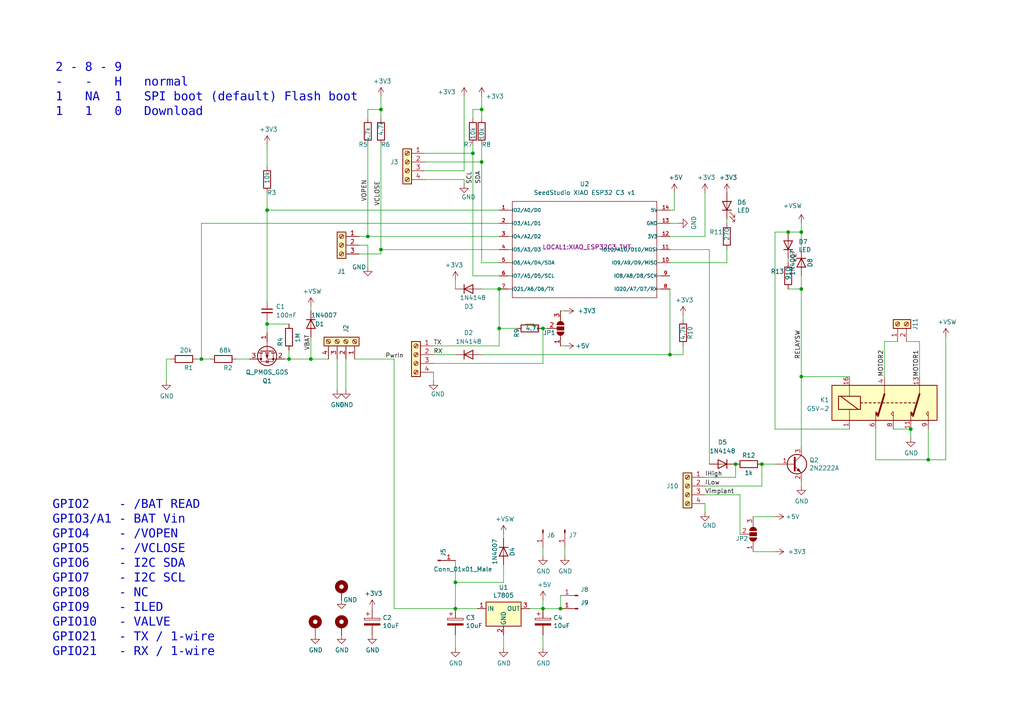
<source format=kicad_sch>
(kicad_sch (version 20230121) (generator eeschema)
  (paper "A4")
  (title_block (title "Ball Valve Controller for CR05-02 wiring - ESP32-C3 version") (date "2023-09-14") (rev "7.0") (company "Copyright - Hans Rune Bue <email@hansrune.net>") (comment 1 "Hardware is licensed under CERN-OHL-W-2.0") (comment 2 "Project documents are licensed under CC-BY-SA 2.0"))
  (lib_symbols
    (symbol "Connector:Conn_01x01_Male" (pin_names (offset 1.016) hide)
      (property "Reference" "J" (at 0 2.54 0))
      (property "Value" "Conn_01x01_Male" (at 0 -2.54 0))
      (symbol "Conn_01x01_Male_1_1"
        (polyline (pts (xy 1.27 0) (xy 0.8636 0)) (stroke (width 0.1524)))
        (rectangle (start 0.8636 0.127) (end 0 -0.127) (stroke (width 0.1524)) (fill (type outline)))
        (pin passive line (at 5.08 0 180) (length 3.81) (name "Pin_1") (number "1"))
      )
    )
    (symbol "Connector:Screw_Terminal_01x02" (pin_names (offset 1.016) hide)
      (property "Reference" "J" (at 0 2.54 0))
      (property "Value" "Screw_Terminal_01x02" (at 0 -5.08 0))
      (symbol "Screw_Terminal_01x02_1_1"
        (rectangle (start -1.27 1.27) (end 1.27 -3.81) (stroke (width 0.254)) (fill (type background)))
        (circle (center 0 -2.54) (radius 0.635) (stroke (width 0.1524)))
        (polyline (pts (xy -0.5334 -2.2098) (xy 0.3302 -3.048)) (stroke (width 0.1524)))
        (polyline (pts (xy -0.5334 0.3302) (xy 0.3302 -0.508)) (stroke (width 0.1524)))
        (polyline (pts (xy -0.3556 -2.032) (xy 0.508 -2.8702)) (stroke (width 0.1524)))
        (polyline (pts (xy -0.3556 0.508) (xy 0.508 -0.3302)) (stroke (width 0.1524)))
        (circle (center 0 0) (radius 0.635) (stroke (width 0.1524)))
        (pin passive line (at -5.08 0 0) (length 3.81) (name "Pin_1") (number "1"))
        (pin passive line (at -5.08 -2.54 0) (length 3.81) (name "Pin_2") (number "2"))
      )
    )
    (symbol "Connector:Screw_Terminal_01x03" (pin_names (offset 1.016) hide)
      (property "Reference" "J" (at 0 5.08 0))
      (property "Value" "Screw_Terminal_01x03" (at 0 -5.08 0))
      (symbol "Screw_Terminal_01x03_1_1"
        (rectangle (start -1.27 3.81) (end 1.27 -3.81) (stroke (width 0.254)) (fill (type background)))
        (circle (center 0 -2.54) (radius 0.635) (stroke (width 0.1524)))
        (polyline (pts (xy -0.5334 -2.2098) (xy 0.3302 -3.048)) (stroke (width 0.1524)))
        (polyline (pts (xy -0.5334 0.3302) (xy 0.3302 -0.508)) (stroke (width 0.1524)))
        (polyline (pts (xy -0.5334 2.8702) (xy 0.3302 2.032)) (stroke (width 0.1524)))
        (polyline (pts (xy -0.3556 -2.032) (xy 0.508 -2.8702)) (stroke (width 0.1524)))
        (polyline (pts (xy -0.3556 0.508) (xy 0.508 -0.3302)) (stroke (width 0.1524)))
        (polyline (pts (xy -0.3556 3.048) (xy 0.508 2.2098)) (stroke (width 0.1524)))
        (circle (center 0 0) (radius 0.635) (stroke (width 0.1524)))
        (circle (center 0 2.54) (radius 0.635) (stroke (width 0.1524)))
        (pin passive line (at -5.08 2.54 0) (length 3.81) (name "Pin_1") (number "1"))
        (pin passive line (at -5.08 0 0) (length 3.81) (name "Pin_2") (number "2"))
        (pin passive line (at -5.08 -2.54 0) (length 3.81) (name "Pin_3") (number "3"))
      )
    )
    (symbol "Connector:Screw_Terminal_01x04" (pin_names (offset 1.016) hide)
      (property "Reference" "J" (at 0 5.08 0))
      (property "Value" "Screw_Terminal_01x04" (at 0 -7.62 0))
      (symbol "Screw_Terminal_01x04_1_1"
        (rectangle (start -1.27 3.81) (end 1.27 -6.35) (stroke (width 0.254)) (fill (type background)))
        (circle (center 0 -5.08) (radius 0.635) (stroke (width 0.1524)))
        (circle (center 0 -2.54) (radius 0.635) (stroke (width 0.1524)))
        (polyline (pts (xy -0.5334 -4.7498) (xy 0.3302 -5.588)) (stroke (width 0.1524)))
        (polyline (pts (xy -0.5334 -2.2098) (xy 0.3302 -3.048)) (stroke (width 0.1524)))
        (polyline (pts (xy -0.5334 0.3302) (xy 0.3302 -0.508)) (stroke (width 0.1524)))
        (polyline (pts (xy -0.5334 2.8702) (xy 0.3302 2.032)) (stroke (width 0.1524)))
        (polyline (pts (xy -0.3556 -4.572) (xy 0.508 -5.4102)) (stroke (width 0.1524)))
        (polyline (pts (xy -0.3556 -2.032) (xy 0.508 -2.8702)) (stroke (width 0.1524)))
        (polyline (pts (xy -0.3556 0.508) (xy 0.508 -0.3302)) (stroke (width 0.1524)))
        (polyline (pts (xy -0.3556 3.048) (xy 0.508 2.2098)) (stroke (width 0.1524)))
        (circle (center 0 0) (radius 0.635) (stroke (width 0.1524)))
        (circle (center 0 2.54) (radius 0.635) (stroke (width 0.1524)))
        (pin passive line (at -5.08 2.54 0) (length 3.81) (name "Pin_1") (number "1"))
        (pin passive line (at -5.08 0 0) (length 3.81) (name "Pin_2") (number "2"))
        (pin passive line (at -5.08 -2.54 0) (length 3.81) (name "Pin_3") (number "3"))
        (pin passive line (at -5.08 -5.08 0) (length 3.81) (name "Pin_4") (number "4"))
      )
    )
    (symbol "Device:CP" (pin_numbers hide) (pin_names (offset 0.254))
      (property "Reference" "C" (at 0.635 2.54 0))
      (property "Value" "Device_CP" (at 0.635 -2.54 0))
      (symbol "CP_0_1"
        (rectangle (start -2.286 0.508) (end 2.286 1.016))
        (polyline (pts (xy -1.778 2.286) (xy -0.762 2.286)))
        (polyline (pts (xy -1.27 2.794) (xy -1.27 1.778)))
        (rectangle (start 2.286 -0.508) (end -2.286 -1.016) (fill (type outline)))
      )
      (symbol "CP_1_1"
        (pin passive line (at 0 3.81 270) (length 2.794) (name "~") (number "1"))
        (pin passive line (at 0 -3.81 90) (length 2.794) (name "~") (number "2"))
      )
    )
    (symbol "Device:C_Small" (pin_numbers hide) (pin_names (offset 0.254) hide)
      (property "Reference" "C" (at 0.254 1.778 0))
      (property "Value" "C_Small" (at 0.254 -2.032 0))
      (symbol "C_Small_0_1"
        (polyline (pts (xy -1.524 -0.508) (xy 1.524 -0.508)) (stroke (width 0.3302)))
        (polyline (pts (xy -1.524 0.508) (xy 1.524 0.508)) (stroke (width 0.3048)))
      )
      (symbol "C_Small_1_1"
        (pin passive line (at 0 2.54 270) (length 2.032) (name "~") (number "1"))
        (pin passive line (at 0 -2.54 90) (length 2.032) (name "~") (number "2"))
      )
    )
    (symbol "Device:LED" (pin_numbers hide) (pin_names (offset 1.016) hide)
      (property "Reference" "D" (at 0 2.54 0))
      (property "Value" "LED" (at 0 -2.54 0))
      (symbol "LED_0_1"
        (polyline (pts (xy -1.27 -1.27) (xy -1.27 1.27)) (stroke (width 0.254)))
        (polyline (pts (xy -1.27 0) (xy 1.27 0)))
        (polyline (pts (xy 1.27 -1.27) (xy 1.27 1.27) (xy -1.27 0) (xy 1.27 -1.27)) (stroke (width 0.254)))
        (polyline (pts (xy -3.048 -0.762) (xy -4.572 -2.286) (xy -3.81 -2.286) (xy -4.572 -2.286) (xy -4.572 -1.524)))
        (polyline (pts (xy -1.778 -0.762) (xy -3.302 -2.286) (xy -2.54 -2.286) (xy -3.302 -2.286) (xy -3.302 -1.524)))
      )
      (symbol "LED_1_1"
        (pin passive line (at -3.81 0 0) (length 2.54) (name "K") (number "1"))
        (pin passive line (at 3.81 0 180) (length 2.54) (name "A") (number "2"))
      )
    )
    (symbol "Device:Q_NPN_BEC" (pin_names (offset 0) hide)
      (property "Reference" "Q" (at 5.08 1.27 0))
      (property "Value" "Q_NPN_BEC" (at 5.08 -1.27 0))
      (symbol "Q_NPN_BEC_0_1"
        (polyline (pts (xy 0.635 0.635) (xy 2.54 2.54)))
        (polyline (pts (xy 0.635 -0.635) (xy 2.54 -2.54) (xy 2.54 -2.54)))
        (polyline (pts (xy 0.635 1.905) (xy 0.635 -1.905) (xy 0.635 -1.905)) (stroke (width 0.508)))
        (polyline (pts (xy 1.27 -1.778) (xy 1.778 -1.27) (xy 2.286 -2.286) (xy 1.27 -1.778) (xy 1.27 -1.778)) (fill (type outline)))
        (circle (center 1.27 0) (radius 2.8194) (stroke (width 0.254)))
      )
      (symbol "Q_NPN_BEC_1_1"
        (pin input line (at -5.08 0 0) (length 5.715) (name "B") (number "1"))
        (pin passive line (at 2.54 -5.08 90) (length 2.54) (name "E") (number "2"))
        (pin passive line (at 2.54 5.08 270) (length 2.54) (name "C") (number "3"))
      )
    )
    (symbol "Device:R" (pin_numbers hide) (pin_names (offset 0))
      (property "Reference" "R" (at 2.032 0 90))
      (property "Value" "R" (at 0 0 90))
      (symbol "R_0_1"
        (rectangle (start -1.016 -2.54) (end 1.016 2.54) (stroke (width 0.254)))
      )
      (symbol "R_1_1"
        (pin passive line (at 0 3.81 270) (length 1.27) (name "~") (number "1"))
        (pin passive line (at 0 -3.81 90) (length 1.27) (name "~") (number "2"))
      )
    )
    (symbol "Diode:1N4007" (pin_numbers hide) (pin_names hide)
      (property "Reference" "D" (at 0 2.54 0))
      (property "Value" "1N4007" (at 0 -2.54 0))
      (symbol "1N4007_0_1"
        (polyline (pts (xy -1.27 1.27) (xy -1.27 -1.27)) (stroke (width 0.254)))
        (polyline (pts (xy 1.27 0) (xy -1.27 0)))
        (polyline (pts (xy 1.27 1.27) (xy 1.27 -1.27) (xy -1.27 0) (xy 1.27 1.27)) (stroke (width 0.254)))
      )
      (symbol "1N4007_1_1"
        (pin passive line (at -3.81 0 0) (length 2.54) (name "K") (number "1"))
        (pin passive line (at 3.81 0 180) (length 2.54) (name "A") (number "2"))
      )
    )
    (symbol "Diode:1N4148" (pin_numbers hide) (pin_names (offset 1.016) hide)
      (property "Reference" "D" (at 0 2.54 0))
      (property "Value" "1N4148" (at 0 -2.54 0))
      (symbol "1N4148_0_1"
        (polyline (pts (xy -1.27 1.27) (xy -1.27 -1.27)) (stroke (width 0.254)))
        (polyline (pts (xy 1.27 0) (xy -1.27 0)))
        (polyline (pts (xy 1.27 1.27) (xy 1.27 -1.27) (xy -1.27 0) (xy 1.27 1.27)) (stroke (width 0.254)))
      )
      (symbol "1N4148_1_1"
        (pin passive line (at -3.81 0 0) (length 2.54) (name "K") (number "1"))
        (pin passive line (at 3.81 0 180) (length 2.54) (name "A") (number "2"))
      )
    )
    (symbol "Jumper:SolderJumper_3_Open" (pin_names (offset 0) hide)
      (property "Reference" "JP" (at -2.54 -2.54 0))
      (property "Value" "SolderJumper_3_Open" (at 0 2.794 0))
      (symbol "SolderJumper_3_Open_0_1"
        (arc (start -1.016 1.016) (mid -2.0276 0) (end -1.016 -1.016))
        (arc (start -1.016 1.016) (mid -2.0276 0) (end -1.016 -1.016) (fill (type outline)))
        (rectangle (start -0.508 1.016) (end 0.508 -1.016) (fill (type outline)))
        (polyline (pts (xy -2.54 0) (xy -2.032 0)))
        (polyline (pts (xy -1.016 1.016) (xy -1.016 -1.016)))
        (polyline (pts (xy 0 -1.27) (xy 0 -1.016)))
        (polyline (pts (xy 1.016 1.016) (xy 1.016 -1.016)))
        (polyline (pts (xy 2.54 0) (xy 2.032 0)))
        (arc (start 1.016 -1.016) (mid 2.0276 0) (end 1.016 1.016))
        (arc (start 1.016 -1.016) (mid 2.0276 0) (end 1.016 1.016) (fill (type outline)))
      )
      (symbol "SolderJumper_3_Open_1_1"
        (pin passive line (at -5.08 0 0) (length 2.54) (name "A") (number "1"))
        (pin passive line (at 0 -3.81 90) (length 2.54) (name "C") (number "2"))
        (pin passive line (at 5.08 0 180) (length 2.54) (name "B") (number "3"))
      )
    )
    (symbol "LOCAL1:XIAO_ESP32C3_THT" (pin_names (offset 1.016))
      (property "Reference" "U" (at -21.59 15.24 0))
      (property "Value" "SeedStudio XIAO ESP32 C3 THT" (at -21.59 13.97 0))
      (symbol "XIAO_ESP32C3_THT_0_1"
        (polyline (pts (xy -21.59 -13.97) (xy -21.59 0)) (stroke (width 0.1524)))
        (polyline (pts (xy -21.59 -11.43) (xy -22.86 -11.43)) (stroke (width 0.1524)))
        (polyline (pts (xy -21.59 -7.62) (xy -22.86 -7.62)) (stroke (width 0.1524)))
        (polyline (pts (xy -21.59 -3.81) (xy -22.86 -3.81)) (stroke (width 0.1524)))
        (polyline (pts (xy -21.59 0) (xy -22.86 0)) (stroke (width 0.1524)))
        (polyline (pts (xy -21.59 0) (xy -21.59 3.81)) (stroke (width 0.1524)))
        (polyline (pts (xy -21.59 3.81) (xy -22.86 3.81)) (stroke (width 0.1524)))
        (polyline (pts (xy -21.59 3.81) (xy -21.59 7.62)) (stroke (width 0.1524)))
        (polyline (pts (xy -21.59 7.62) (xy -22.86 7.62)) (stroke (width 0.1524)))
        (polyline (pts (xy -21.59 7.62) (xy -21.59 11.43)) (stroke (width 0.1524)))
        (polyline (pts (xy -21.59 11.43) (xy -22.86 11.43)) (stroke (width 0.1524)))
        (polyline (pts (xy -21.59 11.43) (xy -21.59 13.97)) (stroke (width 0.1524)))
        (polyline (pts (xy -21.59 13.97) (xy 20.32 13.97)) (stroke (width 0.1524)))
        (polyline (pts (xy 20.32 -13.97) (xy -21.59 -13.97)) (stroke (width 0.1524)))
        (polyline (pts (xy 20.32 3.81) (xy 20.32 -13.97)) (stroke (width 0.1524)))
        (polyline (pts (xy 20.32 7.62) (xy 20.32 3.81)) (stroke (width 0.1524)))
        (polyline (pts (xy 20.32 11.43) (xy 20.32 7.62)) (stroke (width 0.1524)))
        (polyline (pts (xy 20.32 13.97) (xy 20.32 11.43)) (stroke (width 0.1524)))
        (polyline (pts (xy 21.59 -11.43) (xy 20.32 -11.43)) (stroke (width 0.1524)))
        (polyline (pts (xy 21.59 -7.62) (xy 20.32 -7.62)) (stroke (width 0.1524)))
        (polyline (pts (xy 21.59 -3.81) (xy 20.32 -3.81)) (stroke (width 0.1524)))
        (polyline (pts (xy 21.59 0) (xy 20.32 0)) (stroke (width 0.1524)))
        (polyline (pts (xy 21.59 3.81) (xy 20.32 3.81)) (stroke (width 0.1524)))
        (polyline (pts (xy 21.59 7.62) (xy 20.32 7.62)) (stroke (width 0.1524)))
        (polyline (pts (xy 21.59 11.43) (xy 20.32 11.43)) (stroke (width 0.1524)))
        (pin bidirectional line (at -25.4 11.43 0) (length 2.54) (name "IO2/A0/D0") (number "1"))
        (pin bidirectional line (at 24.13 -3.81 180) (length 2.54) (name "IO9/A9/D9/MISO") (number "10"))
        (pin bidirectional line (at 24.13 0 180) (length 2.54) (name "IO10/A10/D10/MOSI") (number "11"))
        (pin bidirectional line (at 24.13 3.81 180) (length 2.54) (name "3V3") (number "12"))
        (pin bidirectional line (at 24.13 7.62 180) (length 2.54) (name "GND") (number "13"))
        (pin bidirectional line (at 24.13 11.43 180) (length 2.54) (name "5V") (number "14"))
        (pin bidirectional line (at -25.4 7.62 0) (length 2.54) (name "IO3/A1/D1") (number "2"))
        (pin bidirectional line (at -25.4 3.81 0) (length 2.54) (name "IO4/A2/D2") (number "3"))
        (pin bidirectional line (at -25.4 0 0) (length 2.54) (name "IO5/A3/D3") (number "4"))
        (pin bidirectional line (at -25.4 -3.81 0) (length 2.54) (name "IO6/A4/D4/SDA") (number "5"))
        (pin bidirectional line (at -25.4 -7.62 0) (length 2.54) (name "IO7/A5/D5/SCL") (number "6"))
        (pin bidirectional line (at -25.4 -11.43 0) (length 2.54) (name "IO21/A6/D6/TX") (number "7"))
        (pin bidirectional line (at 24.13 -11.43 180) (length 2.54) (name "IO20/A7/D7/RX") (number "8"))
        (pin bidirectional line (at 24.13 -7.62 180) (length 2.54) (name "IO8/A8/D8/SCK") (number "9"))
      )
    )
    (symbol "Mechanical:MountingHole_Pad" (pin_numbers hide) (pin_names (offset 1.016) hide)
      (property "Reference" "H" (at 0 6.35 0))
      (property "Value" "MountingHole_Pad" (at 0 4.445 0))
      (symbol "MountingHole_Pad_0_1"
        (circle (center 0 1.27) (radius 1.27) (stroke (width 1.27)))
      )
      (symbol "MountingHole_Pad_1_1"
        (pin input line (at 0 -2.54 90) (length 2.54) (name "1") (number "1"))
      )
    )
    (symbol "Regulator_Linear:L7805" (pin_names (offset 0.254))
      (property "Reference" "U" (at -3.81 3.175 0))
      (property "Value" "L7805" (at 0 3.175 0))
      (symbol "L7805_0_1"
        (rectangle (start -5.08 1.905) (end 5.08 -5.08) (stroke (width 0.254)) (fill (type background)))
      )
      (symbol "L7805_1_1"
        (pin power_in line (at -7.62 0 0) (length 2.54) (name "IN") (number "1"))
        (pin power_in line (at 0 -7.62 90) (length 2.54) (name "GND") (number "2"))
        (pin power_out line (at 7.62 0 180) (length 2.54) (name "OUT") (number "3"))
      )
    )
    (symbol "Relay:G5V-2"
      (property "Reference" "K" (at 16.51 3.81 0))
      (property "Value" "G5V-2" (at 16.51 1.27 0))
      (symbol "G5V-2_0_1"
        (rectangle (start -15.24 5.08) (end 15.24 -5.08) (stroke (width 0.254)) (fill (type background)))
        (rectangle (start -13.335 1.905) (end -6.985 -1.905) (stroke (width 0.254)))
        (polyline (pts (xy -12.7 -1.905) (xy -7.62 1.905)) (stroke (width 0.254)))
        (polyline (pts (xy -10.16 -5.08) (xy -10.16 -1.905)))
        (polyline (pts (xy -10.16 5.08) (xy -10.16 1.905)))
        (polyline (pts (xy -6.985 0) (xy -6.35 0)) (stroke (width 0.254)))
        (polyline (pts (xy -5.715 0) (xy -5.08 0)) (stroke (width 0.254)))
        (polyline (pts (xy -4.445 0) (xy -3.81 0)) (stroke (width 0.254)))
        (polyline (pts (xy -3.175 0) (xy -2.54 0)) (stroke (width 0.254)))
        (polyline (pts (xy -1.905 0) (xy -1.27 0)) (stroke (width 0.254)))
        (polyline (pts (xy -0.635 0) (xy 0 0)) (stroke (width 0.254)))
        (polyline (pts (xy 0 -2.54) (xy -1.905 3.81)) (stroke (width 0.508)))
        (polyline (pts (xy 0 -2.54) (xy 0 -5.08)))
        (polyline (pts (xy 0.635 0) (xy 1.27 0)) (stroke (width 0.254)))
        (polyline (pts (xy 1.905 0) (xy 2.54 0)) (stroke (width 0.254)))
        (polyline (pts (xy 3.175 0) (xy 3.81 0)) (stroke (width 0.254)))
        (polyline (pts (xy 4.445 0) (xy 5.08 0)) (stroke (width 0.254)))
        (polyline (pts (xy 5.715 0) (xy 6.35 0)) (stroke (width 0.254)))
        (polyline (pts (xy 6.985 0) (xy 7.62 0)) (stroke (width 0.254)))
        (polyline (pts (xy 8.255 0) (xy 8.89 0)) (stroke (width 0.254)))
        (polyline (pts (xy 10.16 -2.54) (xy 8.255 3.81)) (stroke (width 0.508)))
        (polyline (pts (xy 10.16 -2.54) (xy 10.16 -5.08)))
        (polyline (pts (xy -2.54 5.08) (xy -2.54 2.54) (xy -1.905 3.175) (xy -2.54 3.81)) (fill (type outline)))
        (polyline (pts (xy 2.54 5.08) (xy 2.54 2.54) (xy 1.905 3.175) (xy 2.54 3.81)))
        (polyline (pts (xy 7.62 5.08) (xy 7.62 2.54) (xy 8.255 3.175) (xy 7.62 3.81)) (fill (type outline)))
        (polyline (pts (xy 12.7 5.08) (xy 12.7 2.54) (xy 12.065 3.175) (xy 12.7 3.81)))
      )
      (symbol "G5V-2_1_1"
        (pin passive line (at -10.16 7.62 270) (length 2.54) (name "~") (number "1"))
        (pin passive line (at 7.62 7.62 270) (length 2.54) (name "~") (number "11"))
        (pin passive line (at 10.16 -7.62 90) (length 2.54) (name "~") (number "13"))
        (pin passive line (at -10.16 -7.62 90) (length 2.54) (name "~") (number "16"))
        (pin passive line (at 0 -7.62 90) (length 2.54) (name "~") (number "4"))
        (pin passive line (at -2.54 7.62 270) (length 2.54) (name "~") (number "6"))
        (pin passive line (at 2.54 7.62 270) (length 2.54) (name "~") (number "8"))
        (pin passive line (at 12.7 7.62 270) (length 2.54) (name "~") (number "9"))
      )
    )
    (symbol "Transistor_FET:IRLML6402" (pin_names hide)
      (property "Reference" "Q" (at 5.08 1.905 0))
      (property "Value" "IRLML6402" (at 5.08 0 0))
      (symbol "IRLML6402_0_1"
        (polyline (pts (xy 0.254 0) (xy -2.54 0)))
        (polyline (pts (xy 0.254 1.905) (xy 0.254 -1.905)) (stroke (width 0.254)))
        (polyline (pts (xy 0.762 -1.27) (xy 0.762 -2.286)) (stroke (width 0.254)))
        (polyline (pts (xy 0.762 0.508) (xy 0.762 -0.508)) (stroke (width 0.254)))
        (polyline (pts (xy 0.762 2.286) (xy 0.762 1.27)) (stroke (width 0.254)))
        (polyline (pts (xy 2.54 2.54) (xy 2.54 1.778)))
        (polyline (pts (xy 2.54 -2.54) (xy 2.54 0) (xy 0.762 0)))
        (polyline (pts (xy 0.762 1.778) (xy 3.302 1.778) (xy 3.302 -1.778) (xy 0.762 -1.778)))
        (polyline (pts (xy 2.286 0) (xy 1.27 0.381) (xy 1.27 -0.381) (xy 2.286 0)) (fill (type outline)))
        (polyline (pts (xy 2.794 -0.508) (xy 2.921 -0.381) (xy 3.683 -0.381) (xy 3.81 -0.254)))
        (polyline (pts (xy 3.302 -0.381) (xy 2.921 0.254) (xy 3.683 0.254) (xy 3.302 -0.381)))
        (circle (center 1.651 0) (radius 2.794) (stroke (width 0.254)))
        (circle (center 2.54 -1.778) (radius 0.254) (fill (type outline)))
        (circle (center 2.54 1.778) (radius 0.254) (fill (type outline)))
      )
      (symbol "IRLML6402_1_1"
        (pin input line (at -5.08 0 0) (length 2.54) (name "G") (number "1"))
        (pin passive line (at 2.54 -5.08 90) (length 2.54) (name "S") (number "2"))
        (pin passive line (at 2.54 5.08 270) (length 2.54) (name "D") (number "3"))
      )
    )
    (symbol "power:+3.3V" (power) (pin_names (offset 0))
      (property "Value" "+3.3V" (at 0 3.556 0))
      (symbol "+3.3V_0_1"
        (polyline (pts (xy -0.762 1.27) (xy 0 2.54)))
        (polyline (pts (xy 0 0) (xy 0 2.54)))
        (polyline (pts (xy 0 2.54) (xy 0.762 1.27)))
      )
      (symbol "+3.3V_1_1"
        (pin power_in line (at 0 0 90) (length 0) hide (name "+3V3") (number "1"))
      )
    )
    (symbol "power:+5V" (power) (pin_names (offset 0))
      (property "Value" "+5V" (at 0 3.556 0))
      (symbol "+5V_0_1"
        (polyline (pts (xy -0.762 1.27) (xy 0 2.54)))
        (polyline (pts (xy 0 0) (xy 0 2.54)))
        (polyline (pts (xy 0 2.54) (xy 0.762 1.27)))
      )
      (symbol "+5V_1_1"
        (pin power_in line (at 0 0 90) (length 0) hide (name "+5V") (number "1"))
      )
    )
    (symbol "power:+VSW" (power) (pin_names (offset 0))
      (property "Value" "+VSW" (at 0 3.556 0))
      (symbol "+VSW_0_1"
        (polyline (pts (xy -0.762 1.27) (xy 0 2.54)))
        (polyline (pts (xy 0 0) (xy 0 2.54)))
        (polyline (pts (xy 0 2.54) (xy 0.762 1.27)))
      )
      (symbol "+VSW_1_1"
        (pin power_in line (at 0 0 90) (length 0) hide (name "+VSW") (number "1"))
      )
    )
    (symbol "power:GND" (power) (pin_names (offset 0))
      (property "Value" "GND" (at 0 -3.81 0))
      (symbol "GND_0_1"
        (polyline (pts (xy 0 0) (xy 0 -1.27) (xy 1.27 -1.27) (xy 0 -2.54) (xy -1.27 -1.27) (xy 0 -1.27)))
      )
      (symbol "GND_1_1"
        (pin power_in line (at 0 0 270) (length 0) hide (name "GND") (number "1"))
      )
    )
  )
  (junction (at 110.49 72.39))
  (junction (at 162.56 176.53))
  (junction (at 232.41 109.22))
  (junction (at 213.36 134.62))
  (junction (at 232.41 67.31))
  (junction (at 110.49 31.75))
  (junction (at 144.78 83.82))
  (junction (at 157.48 176.53))
  (junction (at 220.98 134.62))
  (junction (at 264.16 124.46))
  (junction (at 157.48 95.25))
  (junction (at 139.7 46.99))
  (junction (at 144.78 95.25))
  (junction (at 83.82 104.14))
  (junction (at 106.68 68.58))
  (junction (at 77.47 93.98))
  (junction (at 228.6 67.31))
  (junction (at 137.16 44.45))
  (junction (at 58.42 104.14))
  (junction (at 232.41 83.82))
  (junction (at 77.47 60.96))
  (junction (at 132.08 168.91))
  (junction (at 90.17 104.14))
  (junction (at 132.08 176.53))
  (junction (at 194.31 102.87))
  (junction (at 139.7 31.75))
  (junction (at 269.24 133.35))
  (wire (pts (xy 157.48 95.25) (xy 158.75 95.25)))
  (wire (pts (xy 106.68 68.58) (xy 144.78 68.58)))
  (wire (pts (xy 114.3 176.53) (xy 132.08 176.53)))
  (wire (pts (xy 123.19 52.07) (xy 134.62 52.07)))
  (wire (pts (xy 266.7 99.06) (xy 262.89 99.06)))
  (wire (pts (xy 232.41 83.82) (xy 232.41 109.22)))
  (wire (pts (xy 139.7 83.82) (xy 144.78 83.82)))
  (wire (pts (xy 110.49 72.39) (xy 110.49 73.66)))
  (wire (pts (xy 194.31 83.82) (xy 194.31 102.87)))
  (wire (pts (xy 137.16 41.91) (xy 137.16 44.45)))
  (wire (pts (xy 104.14 68.58) (xy 106.68 68.58)))
  (wire (pts (xy 269.24 133.35) (xy 274.32 133.35)))
  (wire (pts (xy 144.78 83.82) (xy 144.78 95.25)))
  (wire (pts (xy 224.79 67.31) (xy 228.6 67.31)))
  (wire (pts (xy 232.41 140.97) (xy 232.41 139.7)))
  (wire (pts (xy 123.19 44.45) (xy 137.16 44.45)))
  (wire (pts (xy 123.19 46.99) (xy 139.7 46.99)))
  (wire (pts (xy 157.48 187.96) (xy 157.48 184.15)))
  (wire (pts (xy 224.79 149.86) (xy 218.44 149.86)))
  (wire (pts (xy 139.7 41.91) (xy 139.7 46.99)))
  (wire (pts (xy 104.14 73.66) (xy 110.49 73.66)))
  (wire (pts (xy 210.82 76.2) (xy 210.82 72.39)))
  (wire (pts (xy 110.49 31.75) (xy 110.49 34.29)))
  (wire (pts (xy 83.82 101.6) (xy 83.82 104.14)))
  (wire (pts (xy 157.48 176.53) (xy 157.48 173.99)))
  (wire (pts (xy 194.31 64.77) (xy 196.85 64.77)))
  (wire (pts (xy 139.7 46.99) (xy 139.7 76.2)))
  (wire (pts (xy 132.08 162.56) (xy 132.08 168.91)))
  (wire (pts (xy 204.47 68.58) (xy 204.47 55.88)))
  (wire (pts (xy 198.12 91.44) (xy 198.12 92.71)))
  (wire (pts (xy 256.54 99.06) (xy 260.35 99.06)))
  (wire (pts (xy 48.26 110.49) (xy 48.26 104.14)))
  (wire (pts (xy 146.05 154.94) (xy 146.05 156.21)))
  (wire (pts (xy 57.15 104.14) (xy 58.42 104.14)))
  (wire (pts (xy 254 124.46) (xy 254 133.35)))
  (wire (pts (xy 132.08 184.15) (xy 132.08 187.96)))
  (wire (pts (xy 77.47 55.88) (xy 77.47 60.96)))
  (wire (pts (xy 162.56 172.72) (xy 162.56 176.53)))
  (wire (pts (xy 68.58 104.14) (xy 72.39 104.14)))
  (wire (pts (xy 204.47 146.05) (xy 204.47 148.59)))
  (wire (pts (xy 198.12 100.33) (xy 198.12 102.87)))
  (wire (pts (xy 204.47 143.51) (xy 214.63 143.51)))
  (wire (pts (xy 198.12 102.87) (xy 194.31 102.87)))
  (wire (pts (xy 139.7 27.94) (xy 139.7 31.75)))
  (wire (pts (xy 102.87 104.14) (xy 114.3 104.14)))
  (wire (pts (xy 144.78 76.2) (xy 139.7 76.2)))
  (wire (pts (xy 144.78 80.01) (xy 137.16 80.01)))
  (wire (pts (xy 77.47 93.98) (xy 77.47 96.52)))
  (wire (pts (xy 100.33 104.14) (xy 100.33 113.03)))
  (wire (pts (xy 154.94 93.98) (xy 152.4 93.98)))
  (wire (pts (xy 90.17 88.9) (xy 90.17 90.17)))
  (wire (pts (xy 137.16 34.29) (xy 137.16 31.75)))
  (wire (pts (xy 138.43 176.53) (xy 132.08 176.53)))
  (wire (pts (xy 228.6 67.31) (xy 232.41 67.31)))
  (wire (pts (xy 254 133.35) (xy 269.24 133.35)))
  (wire (pts (xy 269.24 124.46) (xy 269.24 133.35)))
  (wire (pts (xy 125.73 100.33) (xy 144.78 100.33)))
  (wire (pts (xy 220.98 134.62) (xy 220.98 140.97)))
  (wire (pts (xy 146.05 187.96) (xy 146.05 184.15)))
  (wire (pts (xy 224.79 67.31) (xy 224.79 124.46)))
  (wire (pts (xy 83.82 104.14) (xy 90.17 104.14)))
  (wire (pts (xy 144.78 95.25) (xy 144.78 100.33)))
  (wire (pts (xy 110.49 27.94) (xy 110.49 31.75)))
  (wire (pts (xy 137.16 31.75) (xy 139.7 31.75)))
  (wire (pts (xy 218.44 160.02) (xy 224.79 160.02)))
  (wire (pts (xy 132.08 168.91) (xy 146.05 168.91)))
  (wire (pts (xy 97.79 104.14) (xy 97.79 113.03)))
  (wire (pts (xy 194.31 76.2) (xy 210.82 76.2)))
  (wire (pts (xy 134.62 27.94) (xy 134.62 49.53)))
  (wire (pts (xy 58.42 104.14) (xy 60.96 104.14)))
  (wire (pts (xy 106.68 31.75) (xy 110.49 31.75)))
  (wire (pts (xy 125.73 105.41) (xy 157.48 105.41)))
  (wire (pts (xy 157.48 161.29) (xy 157.48 158.75)))
  (wire (pts (xy 228.6 76.2) (xy 228.6 74.93)))
  (wire (pts (xy 58.42 64.77) (xy 58.42 104.14)))
  (wire (pts (xy 157.48 105.41) (xy 157.48 95.25)))
  (wire (pts (xy 163.83 100.33) (xy 162.56 100.33)))
  (wire (pts (xy 220.98 134.62) (xy 224.79 134.62)))
  (wire (pts (xy 232.41 109.22) (xy 246.38 109.22)))
  (wire (pts (xy 132.08 81.28) (xy 132.08 83.82)))
  (wire (pts (xy 77.47 41.91) (xy 77.47 48.26)))
  (wire (pts (xy 194.31 68.58) (xy 204.47 68.58)))
  (wire (pts (xy 256.54 99.06) (xy 256.54 109.22)))
  (wire (pts (xy 213.36 134.62) (xy 213.36 138.43)))
  (wire (pts (xy 210.82 63.5) (xy 210.82 64.77)))
  (wire (pts (xy 232.41 80.01) (xy 232.41 83.82)))
  (wire (pts (xy 77.47 87.63) (xy 77.47 60.96)))
  (wire (pts (xy 134.62 52.07) (xy 134.62 53.34)))
  (wire (pts (xy 110.49 41.91) (xy 110.49 72.39)))
  (wire (pts (xy 162.56 176.53) (xy 157.48 176.53)))
  (wire (pts (xy 232.41 72.39) (xy 232.41 67.31)))
  (wire (pts (xy 228.6 83.82) (xy 232.41 83.82)))
  (wire (pts (xy 259.08 124.46) (xy 264.16 124.46)))
  (wire (pts (xy 139.7 31.75) (xy 139.7 34.29)))
  (wire (pts (xy 162.56 90.17) (xy 163.83 90.17)))
  (wire (pts (xy 153.67 176.53) (xy 157.48 176.53)))
  (wire (pts (xy 274.32 97.79) (xy 274.32 133.35)))
  (wire (pts (xy 146.05 163.83) (xy 146.05 168.91)))
  (wire (pts (xy 137.16 44.45) (xy 137.16 80.01)))
  (wire (pts (xy 266.7 109.22) (xy 266.7 99.06)))
  (wire (pts (xy 205.74 72.39) (xy 205.74 134.62)))
  (wire (pts (xy 154.94 95.25) (xy 154.94 93.98)))
  (wire (pts (xy 232.41 64.77) (xy 232.41 67.31)))
  (wire (pts (xy 163.83 161.29) (xy 163.83 158.75)))
  (wire (pts (xy 144.78 95.25) (xy 149.86 95.25)))
  (wire (pts (xy 195.58 60.96) (xy 195.58 55.88)))
  (wire (pts (xy 264.16 124.46) (xy 264.16 127)))
  (wire (pts (xy 204.47 140.97) (xy 220.98 140.97)))
  (wire (pts (xy 123.19 49.53) (xy 134.62 49.53)))
  (wire (pts (xy 214.63 154.94) (xy 214.63 143.51)))
  (wire (pts (xy 90.17 104.14) (xy 95.25 104.14)))
  (wire (pts (xy 77.47 93.98) (xy 83.82 93.98)))
  (wire (pts (xy 139.7 102.87) (xy 194.31 102.87)))
  (wire (pts (xy 106.68 71.12) (xy 104.14 71.12)))
  (wire (pts (xy 58.42 64.77) (xy 144.78 64.77)))
  (wire (pts (xy 194.31 60.96) (xy 195.58 60.96)))
  (wire (pts (xy 224.79 124.46) (xy 246.38 124.46)))
  (wire (pts (xy 125.73 102.87) (xy 132.08 102.87)))
  (wire (pts (xy 90.17 97.79) (xy 90.17 104.14)))
  (wire (pts (xy 125.73 107.95) (xy 125.73 110.49)))
  (wire (pts (xy 194.31 72.39) (xy 205.74 72.39)))
  (wire (pts (xy 82.55 104.14) (xy 83.82 104.14)))
  (wire (pts (xy 106.68 77.47) (xy 106.68 71.12)))
  (wire (pts (xy 204.47 138.43) (xy 213.36 138.43)))
  (wire (pts (xy 106.68 34.29) (xy 106.68 31.75)))
  (wire (pts (xy 77.47 92.71) (xy 77.47 93.98)))
  (wire (pts (xy 110.49 72.39) (xy 144.78 72.39)))
  (wire (pts (xy 232.41 109.22) (xy 232.41 129.54)))
  (wire (pts (xy 106.68 41.91) (xy 106.68 68.58)))
  (wire (pts (xy 114.3 104.14) (xy 114.3 176.53)))
  (wire (pts (xy 77.47 60.96) (xy 144.78 60.96)))
  (wire (pts (xy 48.26 104.14) (xy 49.53 104.14)))
  (wire (pts (xy 132.08 168.91) (xy 132.08 176.53)))
  (text "\n 2 - 8 - 9 \n -   -   H   normal\n 1   NA  1   SPI boot (default) Flash boot\n 1   1   0   Download\n" (at 13.97 33.02 0) (effects (font (size 2.54 2.54)) (justify left bottom)))
  (text "GPIO2    - /BAT READ\nGPIO3/A1 - BAT Vin\nGPIO4    - /VOPEN\nGPIO5    - /VCLOSE\nGPIO6    - I2C SDA\nGPIO7    - I2C SCL\nGPIO8    - NC\nGPIO9    - ILED\nGPIO10   - VALVE\nGPIO21   - TX / 1-wire\nGPIO21   - RX / 1-wire\n\n" (at 15.24 195.58 0) (effects (font (size 2.54 2.54)) (justify left bottom)))
  (label "SCL" (at 137.16 53.34 90))
  (label "PwrIn" (at 111.76 104.14 0))
  (label "RX" (at 125.73 102.87 0))
  (label "SDA" (at 139.7 49.53 270))
  (label "MOTOR1" (at 266.7 109.22 90))
  (label "VBAT" (at 90.17 101.6 90))
  (label "IHigh" (at 204.47 138.43 0))
  (label "VOPEN" (at 106.68 58.42 90))
  (label "VCLOSE" (at 110.49 59.69 90))
  (label "ILow" (at 204.47 140.97 0))
  (label "RELAYSW" (at 232.41 104.14 90))
  (label "Vimplant" (at 204.47 143.51 0))
  (label "TX" (at 125.73 100.33 0))
  (label "MOTOR2" (at 256.54 109.22 90))
  (symbol (lib_id "Device:R") (at 106.68 38.1 0) (unit 1)
    (property "Reference" "R5" (at 106.68 41.91 0) (effects (justify right)))
    (property "Value" "4.7k" (at 106.68 36.83 90) (effects (justify right)))
    (property "Footprint" "Resistor_SMD:R_0805_2012Metric_Pad1.20x1.40mm_HandSolder" (effects hide))
  )
  (symbol (lib_id "Device:R") (at 110.49 38.1 0) (unit 1)
    (property "Reference" "R6" (at 110.49 41.91 0) (effects (justify left)))
    (property "Value" "4.7k" (at 110.49 39.37 90) (effects (justify left)))
    (property "Footprint" "Resistor_SMD:R_0805_2012Metric_Pad1.20x1.40mm_HandSolder" (effects hide))
  )
  (symbol (lib_id "Device:Q_NPN_BEC") (at 229.87 134.62 0) (unit 1)
    (property "Reference" "Q2" (at 234.7214 133.4516 0) (effects (justify left)))
    (property "Value" "2N2222A" (at 234.7214 135.763 0) (effects (justify left)))
    (property "Footprint" "Package_TO_SOT_SMD:SOT-23_Handsoldering" (effects hide))
  )
  (symbol (lib_id "Device:R") (at 217.17 134.62 90) (unit 1)
    (property "Reference" "R12" (at 217.17 132.08 90))
    (property "Value" "1k" (at 217.17 137.16 90))
    (property "Footprint" "Resistor_SMD:R_0805_2012Metric_Pad1.20x1.40mm_HandSolder" (effects hide))
  )
  (symbol (lib_id "power:GND") (at 232.41 140.97 0) (unit 1)
    (property "Reference" "#PWR036" (effects hide))
    (property "Value" "GND" (at 232.537 145.3642 0))
  )
  (symbol (lib_id "Device:LED") (at 228.6 71.12 90) (unit 1)
    (property "Reference" "D7" (at 231.5972 70.1294 90) (effects (justify right)))
    (property "Value" "LED" (at 231.5972 72.4408 90) (effects (justify right)))
    (property "Footprint" "LED_THT:LED_D3.0mm_Clear" (effects hide))
  )
  (symbol (lib_id "Device:R") (at 228.6 80.01 180) (unit 1)
    (property "Reference" "R13" (at 223.52 78.74 0) (effects (justify right)))
    (property "Value" "910" (at 228.6 81.28 90) (effects (justify right)))
    (property "Footprint" "Resistor_SMD:R_0805_2012Metric_Pad1.20x1.40mm_HandSolder" (effects hide))
  )
  (symbol (lib_id "Diode:1N4007") (at 232.41 76.2 270) (unit 1)
    (property "Reference" "D8" (at 234.95 76.2 0))
    (property "Value" "1N4007" (at 229.87 76.2 0))
    (property "Footprint" "Diode_SMD:D_SMB_Handsoldering" (effects hide))
    (property "Datasheet" "http://www.vishay.com/docs/88503/1n4001.pdf" (effects hide))
    (property "Sim.Device" "D" (effects hide))
    (property "Sim.Pins" "1=K 2=A" (effects hide))
  )
  (symbol (lib_id "power:+3.3V") (at 110.49 27.94 0) (unit 1)
    (property "Reference" "#PWR013" (effects hide))
    (property "Value" "+3.3V" (at 110.871 23.5458 0))
  )
  (symbol (lib_id "Regulator_Linear:L7805") (at 146.05 176.53 0) (unit 1)
    (property "Reference" "U1" (at 146.05 170.3832 0))
    (property "Value" "L7805" (at 146.05 172.6946 0))
    (property "Footprint" "Package_TO_SOT_THT:TO-220-3_Vertical" (effects hide))
    (property "Datasheet" "http://www.st.com/content/ccc/resource/technical/document/datasheet/41/4f/b3/b0/12/d4/47/88/CD00000444.pdf/files/CD00000444.pdf/jcr:content/translations/en.CD00000444.pdf" (effects hide))
  )
  (symbol (lib_id "Device:CP") (at 157.48 180.34 0) (unit 1)
    (property "Reference" "C4" (at 160.4772 179.1716 0) (effects (justify left)))
    (property "Value" "10uF" (at 160.4772 181.483 0) (effects (justify left)))
    (property "Footprint" "Capacitor_Tantalum_SMD:CP_EIA-3216-18_Kemet-A_Pad1.58x1.35mm_HandSolder" (effects hide))
  )
  (symbol (lib_id "power:GND") (at 146.05 187.96 0) (unit 1)
    (property "Reference" "#PWR022" (effects hide))
    (property "Value" "GND" (at 146.177 192.3542 0))
  )
  (symbol (lib_id "power:GND") (at 157.48 187.96 0) (unit 1)
    (property "Reference" "#PWR025" (effects hide))
    (property "Value" "GND" (at 157.607 192.3542 0))
  )
  (symbol (lib_id "Connector:Conn_01x01_Male") (at 127 162.56 0) (unit 1)
    (property "Reference" "J5" (at 128.5748 161.4424 90) (effects (justify left)))
    (property "Value" "Conn_01x01_Male" (at 125.73 165.1 0) (effects (justify left)))
    (property "Footprint" "Connector_PinHeader_2.54mm:PinHeader_1x01_P2.54mm_Vertical" (effects hide))
  )
  (symbol (lib_id "Connector:Conn_01x01_Male") (at 167.64 176.53 180) (unit 1)
    (property "Reference" "J9" (at 168.3512 174.8028 0) (effects (justify right)))
    (property "Value" "Conn_01x01_Male" (effects hide))
    (property "Footprint" "Connector_PinHeader_2.54mm:PinHeader_1x01_P2.54mm_Vertical" (effects hide))
  )
  (symbol (lib_id "power:GND") (at 134.62 53.34 0) (unit 1)
    (property "Reference" "#PWR019" (effects hide))
    (property "Value" "GND" (at 135.89 57.15 0))
  )
  (symbol (lib_id "power:+VSW") (at 146.05 154.94 0) (unit 1)
    (property "Reference" "#PWR021" (effects hide))
    (property "Value" "+VSW" (at 146.431 150.5458 0))
  )
  (symbol (lib_id "power:+5V") (at 157.48 173.99 0) (unit 1)
    (property "Reference" "#PWR024" (effects hide))
    (property "Value" "+5V" (at 157.861 169.5958 0))
  )
  (symbol (lib_id "Connector:Conn_01x01_Male") (at 157.48 153.67 270) (unit 1)
    (property "Reference" "J6" (at 158.5976 155.2448 90) (effects (justify left)))
    (property "Value" "Conn_01x01_Male" (effects hide))
    (property "Footprint" "Connector_PinHeader_2.54mm:PinHeader_1x01_P2.54mm_Vertical" (effects hide))
  )
  (symbol (lib_id "power:GND") (at 157.48 161.29 0) (unit 1)
    (property "Reference" "#PWR023" (effects hide))
    (property "Value" "GND" (at 157.607 165.6842 0))
  )
  (symbol (lib_id "power:GND") (at 132.08 187.96 0) (unit 1)
    (property "Reference" "#PWR015" (effects hide))
    (property "Value" "GND" (at 132.207 192.3542 0))
  )
  (symbol (lib_id "power:GND") (at 196.85 64.77 90) (unit 1)
    (property "Reference" "#PWR028" (effects hide))
    (property "Value" "GND" (at 201.2442 64.643 0))
  )
  (symbol (lib_id "power:+5V") (at 224.79 149.86 270) (unit 1)
    (property "Reference" "#PWR033" (effects hide))
    (property "Value" "+5V" (at 229.87 149.86 90))
  )
  (symbol (lib_id "Device:LED") (at 210.82 59.69 90) (unit 1)
    (property "Reference" "D6" (at 213.8172 58.6994 90) (effects (justify right)))
    (property "Value" "LED" (at 213.8172 61.0108 90) (effects (justify right)))
    (property "Footprint" "LED_THT:LED_D3.0mm_Clear" (effects hide))
  )
  (symbol (lib_id "Device:R") (at 139.7 38.1 0) (unit 1)
    (property "Reference" "R8" (at 139.7 41.91 0) (effects (justify left)))
    (property "Value" "10k" (at 139.7 40.64 90) (effects (justify left)))
    (property "Footprint" "Resistor_SMD:R_0805_2012Metric_Pad1.20x1.40mm_HandSolder" (effects hide))
  )
  (symbol (lib_id "power:+3.3V") (at 107.95 176.53 0) (unit 1)
    (property "Reference" "#PWR011" (effects hide))
    (property "Value" "+3.3V" (at 108.331 172.1358 0))
  )
  (symbol (lib_id "power:+3.3V") (at 132.08 81.28 0) (mirror y) (unit 1)
    (property "Reference" "#PWR06" (effects hide))
    (property "Value" "+3.3V" (at 131.699 76.8858 0))
  )
  (symbol (lib_id "Device:R") (at 77.47 52.07 0) (unit 1)
    (property "Reference" "R3" (at 77.47 55.88 0) (effects (justify left)))
    (property "Value" "10k" (at 77.47 53.34 90) (effects (justify left)))
    (property "Footprint" "Resistor_SMD:R_0805_2012Metric_Pad1.20x1.40mm_HandSolder" (effects hide))
  )
  (symbol (lib_id "power:GND") (at 48.26 110.49 0) (unit 1)
    (property "Reference" "#PWR01" (effects hide))
    (property "Value" "GND" (at 48.387 114.8842 0))
  )
  (symbol (lib_id "Connector:Screw_Terminal_01x04") (at 199.39 140.97 0) (mirror y) (unit 1)
    (property "Reference" "J10" (at 196.85 140.97 0) (effects (justify left)))
    (property "Value" "Screw_Terminal_01x04" (effects hide))
    (property "Footprint" "TerminalBlock_Phoenix:TerminalBlock_Phoenix_PT-1,5-4-3.5-H_1x04_P3.50mm_Horizontal" (effects hide))
  )
  (symbol (lib_id "Diode:1N4148") (at 135.89 102.87 0) (unit 1)
    (property "Reference" "D2" (at 135.89 96.52 0))
    (property "Value" "1N4148" (at 135.89 99.06 0))
    (property "Footprint" "Diode_SMD:D_MiniMELF" (effects hide))
    (property "Datasheet" "https://assets.nexperia.com/documents/data-sheet/1N4148_1N4448.pdf" (effects hide))
  )
  (symbol (lib_id "power:+3.3V") (at 139.7 27.94 0) (unit 1)
    (property "Reference" "#PWR020" (effects hide))
    (property "Value" "+3.3V" (at 143.51 27.94 0))
  )
  (symbol (lib_id "Mechanical:MountingHole_Pad") (at 91.44 181.61 0) (unit 1)
    (property "Reference" "H1" (effects hide))
    (property "Value" "MountingHole_Pad" (effects hide))
    (property "Footprint" "MountingHole:MountingHole_3.2mm_M3_ISO14580_Pad" (effects hide))
  )
  (symbol (lib_id "LOCAL1:XIAO_ESP32C3_THT") (at 170.18 72.39 0) (unit 1)
    (property "Reference" "U2" (at 169.545 53.34 0))
    (property "Value" "SeedStudio XIAO ESP32 C3 v1" (at 169.545 55.88 0))
    (property "Footprint" "LOCAL1:XIAO_ESP32C3_THT" (at 170.18 72.39 0) (effects (justify bottom)))
    (property "Datasheet" "https://files.seeedstudio.com/wiki/XIAO_WiFi/Resources/esp32-c3_datasheet.pdf" (effects hide))
  )
  (symbol (lib_id "power:+VSW") (at 232.41 64.77 0) (unit 1)
    (property "Reference" "#PWR035" (effects hide))
    (property "Value" "+VSW" (at 229.87 59.69 0))
  )
  (symbol (lib_id "power:GND") (at 106.68 77.47 0) (unit 1)
    (property "Reference" "#PWR010" (effects hide))
    (property "Value" "GND" (at 104.14 77.47 0))
  )
  (symbol (lib_id "Device:R") (at 137.16 38.1 0) (unit 1)
    (property "Reference" "R7" (at 137.16 41.91 0) (effects (justify right)))
    (property "Value" "10k" (at 137.16 36.83 90) (effects (justify right)))
    (property "Footprint" "Resistor_SMD:R_0805_2012Metric_Pad1.20x1.40mm_HandSolder" (effects hide))
  )
  (symbol (lib_id "Diode:1N4007") (at 90.17 93.98 270) (unit 1)
    (property "Reference" "D1" (at 92.71 93.98 90))
    (property "Value" "1N4007" (at 93.98 91.44 90))
    (property "Footprint" "Diode_SMD:D_SMB_Handsoldering" (effects hide))
    (property "Datasheet" "http://www.vishay.com/docs/88503/1n4001.pdf" (effects hide))
    (property "Sim.Device" "D" (effects hide))
    (property "Sim.Pins" "1=K 2=A" (effects hide))
  )
  (symbol (lib_id "Device:CP") (at 132.08 180.34 0) (unit 1)
    (property "Reference" "C3" (at 135.0772 179.1716 0) (effects (justify left)))
    (property "Value" "10uF" (at 135.0772 181.483 0) (effects (justify left)))
    (property "Footprint" "Capacitor_Tantalum_SMD:CP_EIA-3216-18_Kemet-A_Pad1.58x1.35mm_HandSolder" (effects hide))
  )
  (symbol (lib_id "Connector:Screw_Terminal_01x04") (at 118.11 46.99 0) (mirror y) (unit 1)
    (property "Reference" "J3" (at 115.57 46.99 0) (effects (justify left)))
    (property "Value" "Screw_Terminal_01x04" (effects hide))
    (property "Footprint" "Connector_PinHeader_2.54mm:PinHeader_1x04_P2.54mm_Vertical" (effects hide))
  )
  (symbol (lib_id "Connector:Conn_01x01_Male") (at 163.83 153.67 270) (unit 1)
    (property "Reference" "J7" (at 164.9476 155.2448 90) (effects (justify left)))
    (property "Value" "Conn_01x01_Male" (effects hide))
    (property "Footprint" "Connector_PinHeader_2.54mm:PinHeader_1x01_P2.54mm_Vertical" (effects hide))
  )
  (symbol (lib_id "Device:R") (at 210.82 68.58 180) (unit 1)
    (property "Reference" "R11" (at 205.74 67.31 0) (effects (justify right)))
    (property "Value" "270" (at 210.82 69.85 90) (effects (justify right)))
    (property "Footprint" "Resistor_SMD:R_0805_2012Metric_Pad1.20x1.40mm_HandSolder" (effects hide))
  )
  (symbol (lib_id "power:GND") (at 204.47 148.59 0) (unit 1)
    (property "Reference" "#PWR031" (effects hide))
    (property "Value" "GND" (at 205.74 152.4 0))
  )
  (symbol (lib_id "power:+VSW") (at 274.32 97.79 0) (unit 1)
    (property "Reference" "#PWR038" (effects hide))
    (property "Value" "+VSW" (at 274.701 93.3958 0))
  )
  (symbol (lib_id "power:GND") (at 125.73 110.49 0) (unit 1)
    (property "Reference" "#PWR014" (effects hide))
    (property "Value" "GND" (at 127 114.3 0))
  )
  (symbol (lib_id "power:+3.3V") (at 134.62 27.94 0) (unit 1)
    (property "Reference" "#PWR018" (effects hide))
    (property "Value" "+3.3V" (at 129.54 26.67 0))
  )
  (symbol (lib_id "Device:C_Small") (at 77.47 90.17 0) (unit 1)
    (property "Reference" "C1" (at 80.01 88.9063 0) (effects (justify left)))
    (property "Value" "100nF" (at 80.01 91.4463 0) (effects (justify left)))
    (property "Footprint" "Capacitor_SMD:C_0805_2012Metric_Pad1.18x1.45mm_HandSolder" (effects hide))
  )
  (symbol (lib_id "Relay:G5V-2") (at 256.54 116.84 0) (mirror x) (unit 1)
    (property "Reference" "K1" (at 240.538 116.0053 0) (effects (justify right)))
    (property "Value" "G5V-2" (at 240.538 118.5422 0) (effects (justify right)))
    (property "Footprint" "Relay_THT:Relay_DPDT_Omron_G5V-2" (effects hide))
    (property "Datasheet" "http://omronfs.omron.com/en_US/ecb/products/pdf/en-g5v_2.pdf" (effects hide))
  )
  (symbol (lib_id "power:GND") (at 97.79 113.03 0) (unit 1)
    (property "Reference" "#PWR05" (effects hide))
    (property "Value" "GND" (at 97.917 117.4242 0))
  )
  (symbol (lib_id "power:GND") (at 100.33 113.03 0) (unit 1)
    (property "Reference" "#PWR09" (effects hide))
    (property "Value" "GND" (at 100.457 117.4242 0))
  )
  (symbol (lib_id "power:+5V") (at 163.83 100.33 270) (mirror x) (unit 1)
    (property "Reference" "#PWR016" (effects hide))
    (property "Value" "+5V" (at 168.91 100.33 90))
  )
  (symbol (lib_id "Diode:1N4148") (at 135.89 83.82 0) (mirror x) (unit 1)
    (property "Reference" "D3" (at 134.62 88.9 0) (effects (justify left)))
    (property "Value" "1N4148" (at 133.35 86.36 0) (effects (justify left)))
    (property "Footprint" "Diode_SMD:D_MiniMELF" (effects hide))
    (property "Datasheet" "https://assets.nexperia.com/documents/data-sheet/1N4148_1N4448.pdf" (effects hide))
  )
  (symbol (lib_id "power:GND") (at 264.16 127 0) (unit 1)
    (property "Reference" "#PWR037" (effects hide))
    (property "Value" "GND" (at 264.287 131.3942 0))
  )
  (symbol (lib_id "Device:R") (at 53.34 104.14 90) (unit 1)
    (property "Reference" "R1" (at 53.34 106.68 90) (effects (justify right)))
    (property "Value" "20k" (at 52.07 101.6 90) (effects (justify right)))
    (property "Footprint" "Resistor_SMD:R_0805_2012Metric_Pad1.20x1.40mm_HandSolder" (effects hide))
  )
  (symbol (lib_id "power:GND") (at 163.83 161.29 0) (unit 1)
    (property "Reference" "#PWR026" (effects hide))
    (property "Value" "GND" (at 163.957 165.6842 0))
  )
  (symbol (lib_id "Jumper:SolderJumper_3_Open") (at 162.56 95.25 270) (mirror x) (unit 1)
    (property "Reference" "JP1" (at 157.48 96.52 90) (effects (justify left)))
    (property "Value" "SolderJumper_3_Open" (effects hide))
    (property "Footprint" "Jumper:SolderJumper-3_P1.3mm_Open_Pad1.0x1.5mm_NumberLabels" (effects hide))
  )
  (symbol (lib_id "power:GND") (at 91.44 184.15 0) (unit 1)
    (property "Reference" "#PWR04" (effects hide))
    (property "Value" "GND" (at 91.567 188.5442 0))
  )
  (symbol (lib_id "Connector:Screw_Terminal_01x04") (at 120.65 102.87 0) (mirror y) (unit 1)
    (property "Reference" "J4" (effects hide))
    (property "Value" "Screw_Terminal_01x04" (effects hide))
    (property "Footprint" "TerminalBlock_Phoenix:TerminalBlock_Phoenix_PT-1,5-4-3.5-H_1x04_P3.50mm_Horizontal" (effects hide))
  )
  (symbol (lib_id "Transistor_FET:IRLML6402") (at 77.47 101.6 90) (mirror x) (unit 1)
    (property "Reference" "Q1" (at 77.47 110.49 90))
    (property "Value" "Q_PMOS_GDS" (at 77.47 107.95 90))
    (property "Footprint" "Package_TO_SOT_SMD:SOT-23_Handsoldering" (effects hide))
    (property "Datasheet" "https://www.infineon.com/dgdl/irlml6402pbf.pdf?fileId=5546d462533600a401535668d5c2263c" (effects hide))
  )
  (symbol (lib_id "power:+3.3V") (at 204.47 55.88 0) (unit 1)
    (property "Reference" "#PWR030" (effects hide))
    (property "Value" "+3.3V" (at 204.851 51.4858 0))
  )
  (symbol (lib_id "Device:R") (at 83.82 97.79 0) (unit 1)
    (property "Reference" "R4" (at 81.28 97.79 90) (effects (justify right)))
    (property "Value" "1M" (at 86.36 96.52 90) (effects (justify right)))
    (property "Footprint" "Resistor_SMD:R_0805_2012Metric_Pad1.20x1.40mm_HandSolder" (effects hide))
  )
  (symbol (lib_id "power:+3.3V") (at 198.12 91.44 0) (unit 1)
    (property "Reference" "#PWR029" (effects hide))
    (property "Value" "+3.3V" (at 198.501 87.0458 0))
  )
  (symbol (lib_id "power:+3.3V") (at 224.79 160.02 270) (unit 1)
    (property "Reference" "#PWR034" (effects hide))
    (property "Value" "+3.3V" (at 231.14 160.02 90))
  )
  (symbol (lib_id "Device:R") (at 153.67 95.25 270) (unit 1)
    (property "Reference" "R9" (at 149.86 95.25 0) (effects (justify left)))
    (property "Value" "4.7k" (at 152.4 95.25 90) (effects (justify left)))
    (property "Footprint" "Resistor_SMD:R_0805_2012Metric_Pad1.20x1.40mm_HandSolder" (effects hide))
  )
  (symbol (lib_id "power:+3.3V") (at 163.83 90.17 270) (unit 1)
    (property "Reference" "#PWR017" (effects hide))
    (property "Value" "+3.3V" (at 170.18 90.17 90))
  )
  (symbol (lib_id "Device:R") (at 64.77 104.14 90) (unit 1)
    (property "Reference" "R2" (at 64.77 106.68 90) (effects (justify right)))
    (property "Value" "68k" (at 63.5 101.6 90) (effects (justify right)))
    (property "Footprint" "Resistor_SMD:R_0805_2012Metric_Pad1.20x1.40mm_HandSolder" (effects hide))
  )
  (symbol (lib_id "Connector:Conn_01x01_Male") (at 167.64 172.72 180) (unit 1)
    (property "Reference" "J8" (at 168.3512 170.9928 0) (effects (justify right)))
    (property "Value" "Conn_01x01_Male" (effects hide))
    (property "Footprint" "Connector_PinHeader_2.54mm:PinHeader_1x01_P2.54mm_Vertical" (effects hide))
  )
  (symbol (lib_id "Jumper:SolderJumper_3_Open") (at 218.44 154.94 270) (mirror x) (unit 1)
    (property "Reference" "JP2" (at 213.36 156.21 90) (effects (justify left)))
    (property "Value" "SolderJumper_3_Open" (effects hide))
    (property "Footprint" "Jumper:SolderJumper-3_P1.3mm_Open_Pad1.0x1.5mm_NumberLabels" (effects hide))
  )
  (symbol (lib_id "power:GND") (at 99.06 173.99 0) (unit 1)
    (property "Reference" "#PWR07" (effects hide))
    (property "Value" "GND" (at 101.6 173.99 0))
  )
  (symbol (lib_id "Mechanical:MountingHole_Pad") (at 99.06 181.61 0) (unit 1)
    (property "Reference" "H4" (effects hide))
    (property "Value" "MountingHole_Pad" (effects hide))
    (property "Footprint" "MountingHole:MountingHole_3.2mm_M3_ISO14580_Pad" (effects hide))
  )
  (symbol (lib_id "Connector:Screw_Terminal_01x04") (at 100.33 99.06 270) (mirror x) (unit 1)
    (property "Reference" "J2" (at 100.33 96.52 0) (effects (justify left)))
    (property "Value" "Screw_Terminal_01x04" (effects hide))
    (property "Footprint" "TerminalBlock_Phoenix:TerminalBlock_Phoenix_PT-1,5-4-3.5-H_1x04_P3.50mm_Horizontal" (effects hide))
  )
  (symbol (lib_id "power:+3.3V") (at 210.82 55.88 0) (unit 1)
    (property "Reference" "#PWR032" (effects hide))
    (property "Value" "+3.3V" (at 211.201 51.4858 0))
  )
  (symbol (lib_id "power:GND") (at 107.95 184.15 0) (unit 1)
    (property "Reference" "#PWR012" (effects hide))
    (property "Value" "GND" (at 108.077 188.5442 0))
  )
  (symbol (lib_id "Device:CP") (at 107.95 180.34 0) (unit 1)
    (property "Reference" "C2" (at 110.9472 179.1716 0) (effects (justify left)))
    (property "Value" "10uF" (at 110.9472 181.483 0) (effects (justify left)))
    (property "Footprint" "Capacitor_Tantalum_SMD:CP_EIA-3216-18_Kemet-A_Pad1.58x1.35mm_HandSolder" (effects hide))
  )
  (symbol (lib_id "power:+VSW") (at 90.17 88.9 0) (unit 1)
    (property "Reference" "#PWR03" (effects hide))
    (property "Value" "+VSW" (at 90.551 84.5058 0))
  )
  (symbol (lib_id "Mechanical:MountingHole_Pad") (at 99.06 171.45 0) (unit 1)
    (property "Reference" "H3" (effects hide))
    (property "Value" "MountingHole_Pad" (effects hide))
    (property "Footprint" "MountingHole:MountingHole_3.2mm_M3_ISO14580_Pad" (effects hide))
  )
  (symbol (lib_id "Diode:1N4148") (at 209.55 134.62 180) (unit 1)
    (property "Reference" "D5" (at 209.55 128.27 0))
    (property "Value" "1N4148" (at 209.55 130.81 0))
    (property "Footprint" "Diode_SMD:D_MiniMELF" (effects hide))
    (property "Datasheet" "https://assets.nexperia.com/documents/data-sheet/1N4148_1N4448.pdf" (effects hide))
  )
  (symbol (lib_id "power:+5V") (at 195.58 55.88 0) (unit 1)
    (property "Reference" "#PWR027" (effects hide))
    (property "Value" "+5V" (at 195.961 51.4858 0))
  )
  (symbol (lib_id "Diode:1N4007") (at 146.05 160.02 270) (unit 1)
    (property "Reference" "D4" (at 148.59 160.02 0))
    (property "Value" "1N4007" (at 143.51 160.02 0))
    (property "Footprint" "Diode_SMD:D_SMB_Handsoldering" (effects hide))
    (property "Datasheet" "http://www.vishay.com/docs/88503/1n4001.pdf" (effects hide))
    (property "Sim.Device" "D" (effects hide))
    (property "Sim.Pins" "1=K 2=A" (effects hide))
  )
  (symbol (lib_id "Connector:Screw_Terminal_01x02") (at 260.35 93.98 90) (unit 1)
    (property "Reference" "J11" (at 265.43 93.98 0))
    (property "Value" "Screw_Terminal_01x02" (effects hide))
    (property "Footprint" "TerminalBlock_Phoenix:TerminalBlock_Phoenix_PT-1,5-2-3.5-H_1x02_P3.50mm_Horizontal" (effects hide))
  )
  (symbol (lib_id "Connector:Screw_Terminal_01x03") (at 99.06 71.12 0) (mirror y) (unit 1)
    (property "Reference" "J1" (at 99.06 78.74 0))
    (property "Value" "Screw_Terminal_01x03" (effects hide))
    (property "Footprint" "TerminalBlock_Phoenix:TerminalBlock_Phoenix_PT-1,5-3-3.5-H_1x03_P3.50mm_Horizontal" (effects hide))
  )
  (symbol (lib_id "Device:R") (at 198.12 96.52 0) (unit 1)
    (property "Reference" "R10" (at 200.152 96.52 90))
    (property "Value" "4.7k" (at 198.12 96.52 90))
    (property "Footprint" "Resistor_SMD:R_0805_2012Metric_Pad1.20x1.40mm_HandSolder" (effects hide))
  )
  (symbol (lib_id "power:GND") (at 99.06 184.15 0) (unit 1)
    (property "Reference" "#PWR08" (effects hide))
    (property "Value" "GND" (at 99.187 188.5442 0))
  )
  (symbol (lib_id "power:+3.3V") (at 77.47 41.91 0) (unit 1)
    (property "Reference" "#PWR02" (effects hide))
    (property "Value" "+3.3V" (at 77.851 37.5158 0))
  )
)
</source>
